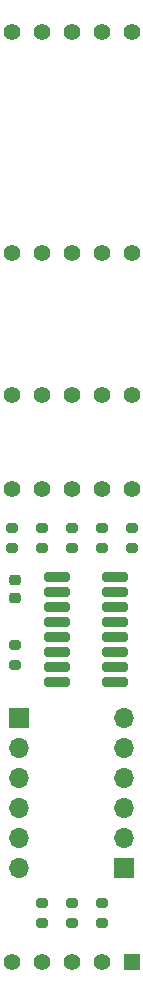
<source format=gts>
G04 #@! TF.GenerationSoftware,KiCad,Pcbnew,6.0.11*
G04 #@! TF.CreationDate,2024-08-01T21:02:41+01:00*
G04 #@! TF.ProjectId,7Backpack,37426163-6b70-4616-936b-2e6b69636164,rev?*
G04 #@! TF.SameCoordinates,Original*
G04 #@! TF.FileFunction,Soldermask,Top*
G04 #@! TF.FilePolarity,Negative*
%FSLAX46Y46*%
G04 Gerber Fmt 4.6, Leading zero omitted, Abs format (unit mm)*
G04 Created by KiCad (PCBNEW 6.0.11) date 2024-08-01 21:02:41*
%MOMM*%
%LPD*%
G01*
G04 APERTURE LIST*
G04 Aperture macros list*
%AMRoundRect*
0 Rectangle with rounded corners*
0 $1 Rounding radius*
0 $2 $3 $4 $5 $6 $7 $8 $9 X,Y pos of 4 corners*
0 Add a 4 corners polygon primitive as box body*
4,1,4,$2,$3,$4,$5,$6,$7,$8,$9,$2,$3,0*
0 Add four circle primitives for the rounded corners*
1,1,$1+$1,$2,$3*
1,1,$1+$1,$4,$5*
1,1,$1+$1,$6,$7*
1,1,$1+$1,$8,$9*
0 Add four rect primitives between the rounded corners*
20,1,$1+$1,$2,$3,$4,$5,0*
20,1,$1+$1,$4,$5,$6,$7,0*
20,1,$1+$1,$6,$7,$8,$9,0*
20,1,$1+$1,$8,$9,$2,$3,0*%
G04 Aperture macros list end*
%ADD10RoundRect,0.200000X-0.275000X0.200000X-0.275000X-0.200000X0.275000X-0.200000X0.275000X0.200000X0*%
%ADD11RoundRect,0.200000X0.275000X-0.200000X0.275000X0.200000X-0.275000X0.200000X-0.275000X-0.200000X0*%
%ADD12R,1.700000X1.700000*%
%ADD13O,1.700000X1.700000*%
%ADD14RoundRect,0.225000X0.250000X-0.225000X0.250000X0.225000X-0.250000X0.225000X-0.250000X-0.225000X0*%
%ADD15RoundRect,0.177000X-0.910000X-0.225000X0.910000X-0.225000X0.910000X0.225000X-0.910000X0.225000X0*%
%ADD16RoundRect,0.102000X0.609000X-0.609000X0.609000X0.609000X-0.609000X0.609000X-0.609000X-0.609000X0*%
%ADD17C,1.422000*%
G04 APERTURE END LIST*
D10*
X102870000Y-127445000D03*
X102870000Y-129095000D03*
D11*
X105410000Y-97345000D03*
X105410000Y-95695000D03*
X110490000Y-97345000D03*
X110490000Y-95695000D03*
X107950000Y-97345000D03*
X107950000Y-95695000D03*
D12*
X100965000Y-111760000D03*
D13*
X100965000Y-114300000D03*
X100965000Y-116840000D03*
X100965000Y-119380000D03*
X100965000Y-121920000D03*
X100965000Y-124460000D03*
D14*
X100584000Y-101613000D03*
X100584000Y-100063000D03*
D10*
X105410000Y-127445000D03*
X105410000Y-129095000D03*
D15*
X104140000Y-99822000D03*
X104140000Y-101092000D03*
X104140000Y-102362000D03*
X104140000Y-103632000D03*
X104140000Y-104902000D03*
X104140000Y-106172000D03*
X104140000Y-107442000D03*
X104140000Y-108712000D03*
X109090000Y-108712000D03*
X109090000Y-107442000D03*
X109090000Y-106172000D03*
X109090000Y-104902000D03*
X109090000Y-103632000D03*
X109090000Y-102362000D03*
X109090000Y-101092000D03*
X109090000Y-99822000D03*
D11*
X100584000Y-107251000D03*
X100584000Y-105601000D03*
D10*
X107950000Y-127445000D03*
X107950000Y-129095000D03*
D11*
X100330000Y-97345000D03*
X100330000Y-95695000D03*
X102870000Y-97345000D03*
X102870000Y-95695000D03*
D12*
X109855000Y-124460000D03*
D13*
X109855000Y-121920000D03*
X109855000Y-119380000D03*
X109855000Y-116840000D03*
X109855000Y-114300000D03*
X109855000Y-111760000D03*
D16*
X110490000Y-132428500D03*
D17*
X107950000Y-132428500D03*
X105410000Y-132428500D03*
X102870000Y-132428500D03*
X100330000Y-132428500D03*
X100330000Y-84428500D03*
X100330000Y-72428500D03*
X100330000Y-92428500D03*
X100330000Y-53688500D03*
X102870000Y-84428500D03*
X102870000Y-53688500D03*
X102870000Y-72428500D03*
X102870000Y-92428500D03*
X105410000Y-84428500D03*
X105410000Y-53688500D03*
X105410000Y-72428500D03*
X105410000Y-92428500D03*
X107950000Y-53688500D03*
X107950000Y-92428500D03*
X107950000Y-72428500D03*
X107950000Y-84428500D03*
X110490000Y-84428500D03*
X110490000Y-92428500D03*
X110490000Y-72428500D03*
X110490000Y-53688500D03*
M02*

</source>
